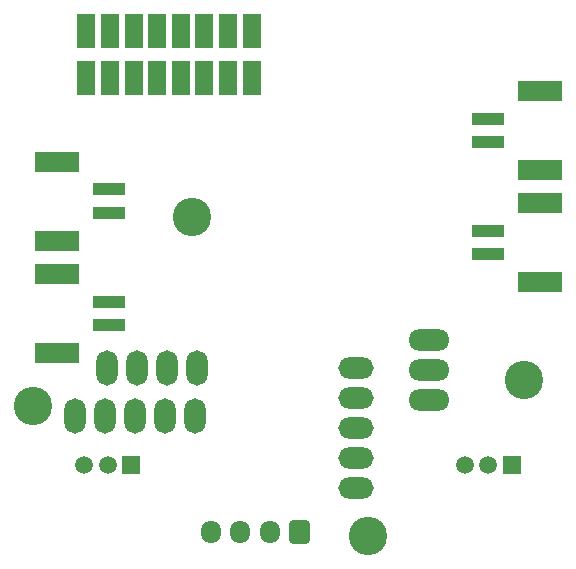
<source format=gbr>
G04 #@! TF.GenerationSoftware,KiCad,Pcbnew,(5.1.8)-1*
G04 #@! TF.CreationDate,2021-03-01T12:43:22-08:00*
G04 #@! TF.ProjectId,UAS,5541532e-6b69-4636-9164-5f7063625858,1*
G04 #@! TF.SameCoordinates,Original*
G04 #@! TF.FileFunction,Soldermask,Bot*
G04 #@! TF.FilePolarity,Negative*
%FSLAX46Y46*%
G04 Gerber Fmt 4.6, Leading zero omitted, Abs format (unit mm)*
G04 Created by KiCad (PCBNEW (5.1.8)-1) date 2021-03-01 12:43:22*
%MOMM*%
%LPD*%
G01*
G04 APERTURE LIST*
%ADD10R,1.500000X1.500000*%
%ADD11C,1.500000*%
%ADD12C,3.250000*%
%ADD13O,3.000000X1.800000*%
%ADD14O,3.500000X1.800000*%
%ADD15O,1.800000X3.000000*%
%ADD16R,1.500000X3.000000*%
%ADD17O,1.700000X1.950000*%
%ADD18R,2.700000X1.000000*%
%ADD19R,3.800000X1.800000*%
G04 APERTURE END LIST*
D10*
X161000000Y-112350000D03*
D11*
X159000000Y-112350000D03*
X157000000Y-112350000D03*
D10*
X128750000Y-112350000D03*
D11*
X126750000Y-112350000D03*
X124750000Y-112350000D03*
D12*
X148800000Y-118360000D03*
X162000000Y-105160000D03*
D13*
X147780000Y-114290000D03*
X147780000Y-111750000D03*
X147780000Y-109210000D03*
X147780000Y-106670000D03*
X147780000Y-104130000D03*
D14*
X153960000Y-101710000D03*
X153960000Y-104250000D03*
X153960000Y-106790000D03*
D15*
X134310000Y-104080000D03*
X131770000Y-104080000D03*
X129230000Y-104080000D03*
X126690000Y-104080000D03*
D16*
X124950000Y-79600000D03*
X124950000Y-75600000D03*
X126950000Y-79600000D03*
X126950000Y-75600000D03*
X128950000Y-79600000D03*
X128950000Y-75600000D03*
X130950000Y-79600000D03*
X130950000Y-75600000D03*
X132950000Y-79600000D03*
X132950000Y-75600000D03*
X134950000Y-79600000D03*
X134950000Y-75600000D03*
X136950000Y-79600000D03*
X136950000Y-75600000D03*
X138950000Y-79600000D03*
X138950000Y-75600000D03*
D17*
X135500000Y-118000000D03*
X138000000Y-118000000D03*
X140500000Y-118000000D03*
G36*
G01*
X143850000Y-117275000D02*
X143850000Y-118725000D01*
G75*
G02*
X143600000Y-118975000I-250000J0D01*
G01*
X142400000Y-118975000D01*
G75*
G02*
X142150000Y-118725000I0J250000D01*
G01*
X142150000Y-117275000D01*
G75*
G02*
X142400000Y-117025000I250000J0D01*
G01*
X143600000Y-117025000D01*
G75*
G02*
X143850000Y-117275000I0J-250000D01*
G01*
G37*
D12*
X120430000Y-107300000D03*
X133930000Y-91300000D03*
D15*
X134120000Y-108140000D03*
X131580000Y-108140000D03*
X129040000Y-108140000D03*
X126500000Y-108140000D03*
X123960000Y-108140000D03*
D18*
X126900000Y-91000000D03*
X126900000Y-89000000D03*
D19*
X122450000Y-86650000D03*
X122450000Y-93350000D03*
D18*
X126900000Y-100500000D03*
X126900000Y-98500000D03*
D19*
X122450000Y-96150000D03*
X122450000Y-102850000D03*
D18*
X158950000Y-92500000D03*
X158950000Y-94500000D03*
D19*
X163400000Y-96850000D03*
X163400000Y-90150000D03*
D18*
X158950000Y-83000000D03*
X158950000Y-85000000D03*
D19*
X163400000Y-87350000D03*
X163400000Y-80650000D03*
M02*

</source>
